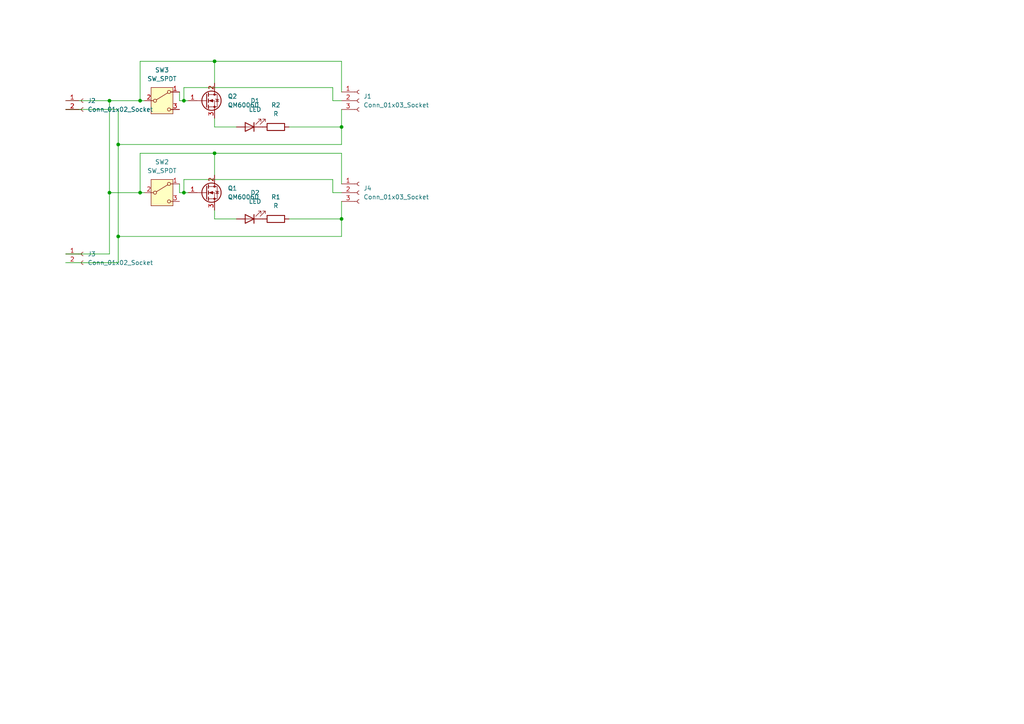
<source format=kicad_sch>
(kicad_sch (version 20250114) (generator "eeschema") (generator_version "9.0")
  (paper "A4")
  (lib_symbols
    (symbol "Connector:Conn_01x02_Socket" (pin_names (offset 1.016) (hide yes))
      (property "Reference" "J" (at 0 2.54 0))
      (property "Value" "Conn_01x02_Socket" (at 0 -5.08 0))
      (symbol "Conn_01x02_Socket_1_1"
        (polyline (pts (xy -1.27 0) (xy -0.508 0)) (stroke (width 0.1524)))
        (polyline (pts (xy -1.27 -2.54) (xy -0.508 -2.54)) (stroke (width 0.1524)))
        (arc (start 0 -0.508) (mid -0.5058 0) (end 0 0.508) (stroke (width 0.1524)))
        (arc (start 0 -3.048) (mid -0.5058 -2.54) (end 0 -2.032) (stroke (width 0.1524)))
        (pin passive line (at -5.08 0 0) (length 3.81) (name "Pin_1") (number "1"))
        (pin passive line (at -5.08 -2.54 0) (length 3.81) (name "Pin_2") (number "2"))
      )
    )
    (symbol "Connector:Conn_01x03_Socket" (pin_names (offset 1.016) (hide yes))
      (property "Reference" "J" (at 0 5.08 0))
      (property "Value" "Conn_01x03_Socket" (at 0 -5.08 0))
      (symbol "Conn_01x03_Socket_1_1"
        (polyline (pts (xy -1.27 2.54) (xy -0.508 2.54)) (stroke (width 0.1524)))
        (polyline (pts (xy -1.27 0) (xy -0.508 0)) (stroke (width 0.1524)))
        (polyline (pts (xy -1.27 -2.54) (xy -0.508 -2.54)) (stroke (width 0.1524)))
        (arc (start 0 2.032) (mid -0.5058 2.54) (end 0 3.048) (stroke (width 0.1524)))
        (arc (start 0 -0.508) (mid -0.5058 0) (end 0 0.508) (stroke (width 0.1524)))
        (arc (start 0 -3.048) (mid -0.5058 -2.54) (end 0 -2.032) (stroke (width 0.1524)))
        (pin passive line (at -5.08 2.54 0) (length 3.81) (name "Pin_1") (number "1"))
        (pin passive line (at -5.08 0 0) (length 3.81) (name "Pin_2") (number "2"))
        (pin passive line (at -5.08 -2.54 0) (length 3.81) (name "Pin_3") (number "3"))
      )
    )
    (symbol "Device:LED" (pin_numbers (hide yes)) (pin_names (offset 1.016) (hide yes))
      (property "Reference" "D" (at 0 2.54 0))
      (property "Value" "LED" (at 0 -2.54 0))
      (symbol "LED_0_1"
        (polyline (pts (xy -3.048 -0.762) (xy -4.572 -2.286) (xy -3.81 -2.286) (xy -4.572 -2.286) (xy -4.572 -1.524)))
        (polyline (pts (xy -1.778 -0.762) (xy -3.302 -2.286) (xy -2.54 -2.286) (xy -3.302 -2.286) (xy -3.302 -1.524)))
        (polyline (pts (xy -1.27 0) (xy 1.27 0)))
        (polyline (pts (xy -1.27 -1.27) (xy -1.27 1.27)) (stroke (width 0.254)))
        (polyline (pts (xy 1.27 -1.27) (xy 1.27 1.27) (xy -1.27 0) (xy 1.27 -1.27)) (stroke (width 0.254)))
      )
      (symbol "LED_1_1"
        (pin passive line (at -3.81 0 0) (length 2.54) (name "K") (number "1"))
        (pin passive line (at 3.81 0 180) (length 2.54) (name "A") (number "2"))
      )
    )
    (symbol "Device:R" (pin_numbers (hide yes)) (pin_names (offset 0))
      (property "Reference" "R" (at 2.032 0 90))
      (property "Value" "R" (at 0 0 90))
      (symbol "R_0_1"
        (rectangle (start -1.016 -2.54) (end 1.016 2.54) (stroke (width 0.254)))
      )
      (symbol "R_1_1"
        (pin passive line (at 0 3.81 270) (length 1.27) (name "~") (number "1"))
        (pin passive line (at 0 -3.81 90) (length 1.27) (name "~") (number "2"))
      )
    )
    (symbol "Switch:SW_SPDT" (pin_names (offset 0) (hide yes))
      (property "Reference" "SW" (at 0 5.08 0))
      (property "Value" "SW_SPDT" (at 0 -5.08 0))
      (symbol "SW_SPDT_0_1"
        (circle (center -2.032 0) (radius 0.4572))
        (polyline (pts (xy -1.651 0.254) (xy 1.651 2.286)))
        (circle (center 2.032 2.54) (radius 0.4572))
        (circle (center 2.032 -2.54) (radius 0.4572))
      )
      (symbol "SW_SPDT_1_1"
        (rectangle (start -3.175 3.81) (end 3.175 -3.81) (fill (type background)))
        (pin passive line (at -5.08 0 0) (length 2.54) (name "B") (number "2"))
        (pin passive line (at 5.08 2.54 180) (length 2.54) (name "A") (number "1"))
        (pin passive line (at 5.08 -2.54 180) (length 2.54) (name "C") (number "3"))
      )
    )
    (symbol "Transistor_FET:QM6006D" (pin_names (hide yes))
      (property "Reference" "Q" (at 5.08 1.905 0))
      (property "Value" "QM6006D" (at 5.08 0 0))
      (symbol "QM6006D_0_1"
        (polyline (pts (xy 0.254 1.905) (xy 0.254 -1.905)) (stroke (width 0.254)))
        (polyline (pts (xy 0.254 0) (xy -2.54 0)))
        (polyline (pts (xy 0.762 2.286) (xy 0.762 1.27)) (stroke (width 0.254)))
        (polyline (pts (xy 0.762 0.508) (xy 0.762 -0.508)) (stroke (width 0.254)))
        (polyline (pts (xy 0.762 -1.27) (xy 0.762 -2.286)) (stroke (width 0.254)))
        (polyline (pts (xy 0.762 -1.778) (xy 3.302 -1.778) (xy 3.302 1.778) (xy 0.762 1.778)))
        (polyline (pts (xy 1.016 0) (xy 2.032 0.381) (xy 2.032 -0.381) (xy 1.016 0)) (fill (type outline)))
        (circle (center 1.651 0) (radius 2.794) (stroke (width 0.254)))
        (polyline (pts (xy 2.54 2.54) (xy 2.54 1.778)))
        (circle (center 2.54 1.778) (radius 0.254) (fill (type outline)))
        (circle (center 2.54 -1.778) (radius 0.254) (fill (type outline)))
        (polyline (pts (xy 2.54 -2.54) (xy 2.54 0) (xy 0.762 0)))
        (polyline (pts (xy 2.794 0.508) (xy 2.921 0.381) (xy 3.683 0.381) (xy 3.81 0.254)))
        (polyline (pts (xy 3.302 0.381) (xy 2.921 -0.254) (xy 3.683 -0.254) (xy 3.302 0.381)))
      )
      (symbol "QM6006D_1_1"
        (pin input line (at -5.08 0 0) (length 2.54) (name "G") (number "1"))
        (pin passive line (at 2.54 5.08 270) (length 2.54) (name "D") (number "2"))
        (pin passive line (at 2.54 -5.08 90) (length 2.54) (name "S") (number "3"))
      )
    )
  )
  (junction (at 31.75 55.88))
  (junction (at 99.06 63.5))
  (junction (at 40.64 55.88))
  (junction (at 62.23 17.78))
  (junction (at 99.06 36.83))
  (junction (at 53.34 55.88))
  (junction (at 34.29 41.91))
  (junction (at 40.64 29.21))
  (junction (at 53.34 29.21))
  (junction (at 62.23 44.45))
  (junction (at 34.29 68.58))
  (junction (at 31.75 29.21))
  (wire (pts (xy 34.29 31.75) (xy 34.29 41.91)))
  (wire (pts (xy 62.23 60.96) (xy 62.23 63.5)))
  (wire (pts (xy 40.64 55.88) (xy 41.91 55.88)))
  (wire (pts (xy 99.06 31.75) (xy 99.06 36.83)))
  (wire (pts (xy 99.06 44.45) (xy 62.23 44.45)))
  (wire (pts (xy 34.29 68.58) (xy 99.06 68.58)))
  (wire (pts (xy 96.52 55.88) (xy 96.52 52.07)))
  (wire (pts (xy 62.23 63.5) (xy 68.58 63.5)))
  (wire (pts (xy 83.82 63.5) (xy 99.06 63.5)))
  (wire (pts (xy 62.23 17.78) (xy 62.23 24.13)))
  (wire (pts (xy 99.06 63.5) (xy 99.06 68.58)))
  (wire (pts (xy 96.52 25.4) (xy 96.52 29.21)))
  (wire (pts (xy 19.05 31.75) (xy 34.29 31.75)))
  (wire (pts (xy 53.34 55.88) (xy 54.61 55.88)))
  (wire (pts (xy 52.07 53.34) (xy 52.07 55.88)))
  (wire (pts (xy 34.29 41.91) (xy 99.06 41.91)))
  (wire (pts (xy 31.75 29.21) (xy 31.75 55.88)))
  (wire (pts (xy 53.34 52.07) (xy 53.34 55.88)))
  (wire (pts (xy 19.05 29.21) (xy 31.75 29.21)))
  (wire (pts (xy 52.07 26.67) (xy 52.07 29.21)))
  (wire (pts (xy 99.06 36.83) (xy 99.06 41.91)))
  (wire (pts (xy 19.05 73.66) (xy 31.75 73.66)))
  (wire (pts (xy 31.75 55.88) (xy 31.75 73.66)))
  (wire (pts (xy 62.23 17.78) (xy 40.64 17.78)))
  (wire (pts (xy 99.06 26.67) (xy 99.06 17.78)))
  (wire (pts (xy 34.29 68.58) (xy 34.29 41.91)))
  (wire (pts (xy 40.64 44.45) (xy 40.64 55.88)))
  (wire (pts (xy 99.06 53.34) (xy 99.06 44.45)))
  (wire (pts (xy 62.23 44.45) (xy 40.64 44.45)))
  (wire (pts (xy 99.06 17.78) (xy 62.23 17.78)))
  (wire (pts (xy 96.52 29.21) (xy 99.06 29.21)))
  (wire (pts (xy 40.64 29.21) (xy 41.91 29.21)))
  (wire (pts (xy 62.23 44.45) (xy 62.23 50.8)))
  (wire (pts (xy 62.23 36.83) (xy 68.58 36.83)))
  (wire (pts (xy 83.82 36.83) (xy 99.06 36.83)))
  (wire (pts (xy 52.07 55.88) (xy 53.34 55.88)))
  (wire (pts (xy 34.29 76.2) (xy 34.29 68.58)))
  (wire (pts (xy 52.07 29.21) (xy 53.34 29.21)))
  (wire (pts (xy 99.06 58.42) (xy 99.06 63.5)))
  (wire (pts (xy 53.34 25.4) (xy 96.52 25.4)))
  (wire (pts (xy 31.75 55.88) (xy 40.64 55.88)))
  (wire (pts (xy 62.23 34.29) (xy 62.23 36.83)))
  (wire (pts (xy 99.06 55.88) (xy 96.52 55.88)))
  (wire (pts (xy 40.64 17.78) (xy 40.64 29.21)))
  (wire (pts (xy 19.05 76.2) (xy 34.29 76.2)))
  (wire (pts (xy 53.34 29.21) (xy 53.34 25.4)))
  (wire (pts (xy 53.34 29.21) (xy 54.61 29.21)))
  (wire (pts (xy 31.75 29.21) (xy 40.64 29.21)))
  (wire (pts (xy 96.52 52.07) (xy 53.34 52.07)))
  (symbol (lib_id "Connector:Conn_01x03_Socket") (at 104.14 29.21 0) (unit 1)
    (property "Reference" "J1" (at 105.41 27.9399 0) (effects (justify left)))
    (property "Value" "Conn_01x03_Socket" (at 105.41 30.4799 0) (effects (justify left)))
    (property "Footprint" "Connector_PinSocket_2.54mm:PinSocket_1x03_P2.54mm_Horizontal" (effects (hide yes)))
    (property "Description" "Generic connector, single row, 01x03, script generated" (effects (hide yes)))
  )
  (symbol (lib_id "Connector:Conn_01x03_Socket") (at 104.14 55.88 0) (unit 1)
    (property "Reference" "J4" (at 105.41 54.6099 0) (effects (justify left)))
    (property "Value" "Conn_01x03_Socket" (at 105.41 57.1499 0) (effects (justify left)))
    (property "Footprint" "Connector_PinSocket_2.54mm:PinSocket_1x03_P2.54mm_Horizontal" (effects (hide yes)))
    (property "Description" "Generic connector, single row, 01x03, script generated" (effects (hide yes)))
  )
  (symbol (lib_id "Switch:SW_SPDT") (at 46.99 55.88 0) (unit 1)
    (property "Reference" "SW2" (at 46.99 46.99 0))
    (property "Value" "SW_SPDT" (at 46.99 49.53 0))
    (property "Footprint" "Button_Switch_THT:SW_Slide-03_Wuerth-WS-SLTV_10x2.5x6.4_P2.54mm" (effects (hide yes)))
    (property "Description" "Switch, single pole double throw" (effects (hide yes)))
  )
  (symbol (lib_id "Device:R") (at 80.01 36.83 90) (unit 1)
    (property "Reference" "R2" (at 80.01 30.48 90))
    (property "Value" "R" (at 80.01 33.02 90))
    (property "Footprint" "Resistor_SMD:R_1206_3216Metric" (effects (hide yes)))
    (property "Description" "Resistor" (effects (hide yes)))
  )
  (symbol (lib_id "Device:R") (at 80.01 63.5 90) (unit 1)
    (property "Reference" "R1" (at 80.01 57.15 90))
    (property "Value" "R" (at 80.01 59.69 90))
    (property "Footprint" "Resistor_SMD:R_1206_3216Metric" (effects (hide yes)))
    (property "Description" "Resistor" (effects (hide yes)))
  )
  (symbol (lib_id "Switch:SW_SPDT") (at 46.99 29.21 0) (unit 1)
    (property "Reference" "SW3" (at 46.99 20.32 0))
    (property "Value" "SW_SPDT" (at 46.99 22.86 0))
    (property "Footprint" "Button_Switch_THT:SW_Slide-03_Wuerth-WS-SLTV_10x2.5x6.4_P2.54mm" (effects (hide yes)))
    (property "Description" "Switch, single pole double throw" (effects (hide yes)))
  )
  (symbol (lib_id "Connector:Conn_01x02_Socket") (at 24.13 29.21 0) (unit 1)
    (property "Reference" "J2" (at 25.4 29.2099 0) (effects (justify left)))
    (property "Value" "Conn_01x02_Socket" (at 25.4 31.7499 0) (effects (justify left)))
    (property "Footprint" "Connector_PinSocket_2.54mm:PinSocket_1x02_P2.54mm_Horizontal" (effects (hide yes)))
    (property "Description" "Generic connector, single row, 01x02, script generated" (effects (hide yes)))
  )
  (symbol (lib_id "Transistor_FET:QM6006D") (at 59.69 29.21 0) (unit 1)
    (property "Reference" "Q2" (at 66.04 27.9399 0) (effects (justify left)))
    (property "Value" "QM6006D" (at 66.04 30.4799 0) (effects (justify left)))
    (property "Footprint" "Package_TO_SOT_SMD:TO-252-2" (effects (hide yes)))
    (property "Datasheet" "http://www.jaolen.com/images/pdf/QM6006D.pdf" (effects (hide yes)))
    (property "Description" "35A Id, 60V Vds, N-Channel Power MOSFET, 18mOhm Ron, 19.3nC Qg (typ), TO252" (effects (hide yes)))
  )
  (symbol (lib_id "Device:LED") (at 72.39 63.5 180) (unit 1)
    (property "Reference" "D2" (at 73.9775 55.88 0))
    (property "Value" "LED" (at 73.9775 58.42 0))
    (property "Footprint" "LED_SMD:LED_1206_3216Metric" (effects (hide yes)))
    (property "Description" "Light emitting diode" (effects (hide yes)))
    (property "Sim.Pins" "1=K 2=A" (effects (hide yes)))
  )
  (symbol (lib_id "Connector:Conn_01x02_Socket") (at 24.13 73.66 0) (unit 1)
    (property "Reference" "J3" (at 25.4 73.6599 0) (effects (justify left)))
    (property "Value" "Conn_01x02_Socket" (at 25.4 76.1999 0) (effects (justify left)))
    (property "Footprint" "Connector_PinSocket_2.54mm:PinSocket_1x02_P2.54mm_Horizontal" (effects (hide yes)))
    (property "Description" "Generic connector, single row, 01x02, script generated" (effects (hide yes)))
  )
  (symbol (lib_id "Device:LED") (at 72.39 36.83 180) (unit 1)
    (property "Reference" "D1" (at 73.9775 29.21 0))
    (property "Value" "LED" (at 73.9775 31.75 0))
    (property "Footprint" "LED_SMD:LED_1206_3216Metric" (effects (hide yes)))
    (property "Description" "Light emitting diode" (effects (hide yes)))
    (property "Sim.Pins" "1=K 2=A" (effects (hide yes)))
  )
  (symbol (lib_id "Transistor_FET:QM6006D") (at 59.69 55.88 0) (unit 1)
    (property "Reference" "Q1" (at 66.04 54.6099 0) (effects (justify left)))
    (property "Value" "QM6006D" (at 66.04 57.1499 0) (effects (justify left)))
    (property "Footprint" "Package_TO_SOT_SMD:TO-252-2" (effects (hide yes)))
    (property "Datasheet" "http://www.jaolen.com/images/pdf/QM6006D.pdf" (effects (hide yes)))
    (property "Description" "35A Id, 60V Vds, N-Channel Power MOSFET, 18mOhm Ron, 19.3nC Qg (typ), TO252" (effects (hide yes)))
  )
)
</source>
